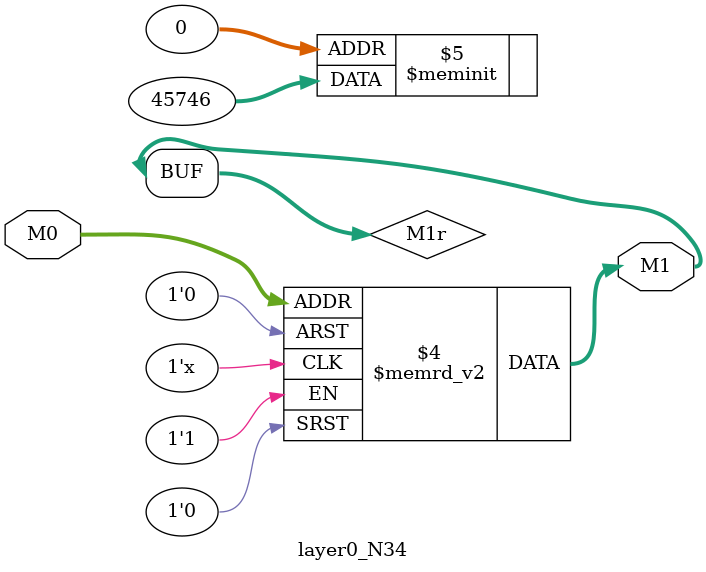
<source format=v>
module layer0_N34 ( input [3:0] M0, output [1:0] M1 );

	(*rom_style = "distributed" *) reg [1:0] M1r;
	assign M1 = M1r;
	always @ (M0) begin
		case (M0)
			4'b0000: M1r = 2'b10;
			4'b1000: M1r = 2'b00;
			4'b0100: M1r = 2'b10;
			4'b1100: M1r = 2'b00;
			4'b0010: M1r = 2'b11;
			4'b1010: M1r = 2'b00;
			4'b0110: M1r = 2'b11;
			4'b1110: M1r = 2'b00;
			4'b0001: M1r = 2'b00;
			4'b1001: M1r = 2'b00;
			4'b0101: M1r = 2'b00;
			4'b1101: M1r = 2'b00;
			4'b0011: M1r = 2'b10;
			4'b1011: M1r = 2'b00;
			4'b0111: M1r = 2'b10;
			4'b1111: M1r = 2'b00;

		endcase
	end
endmodule

</source>
